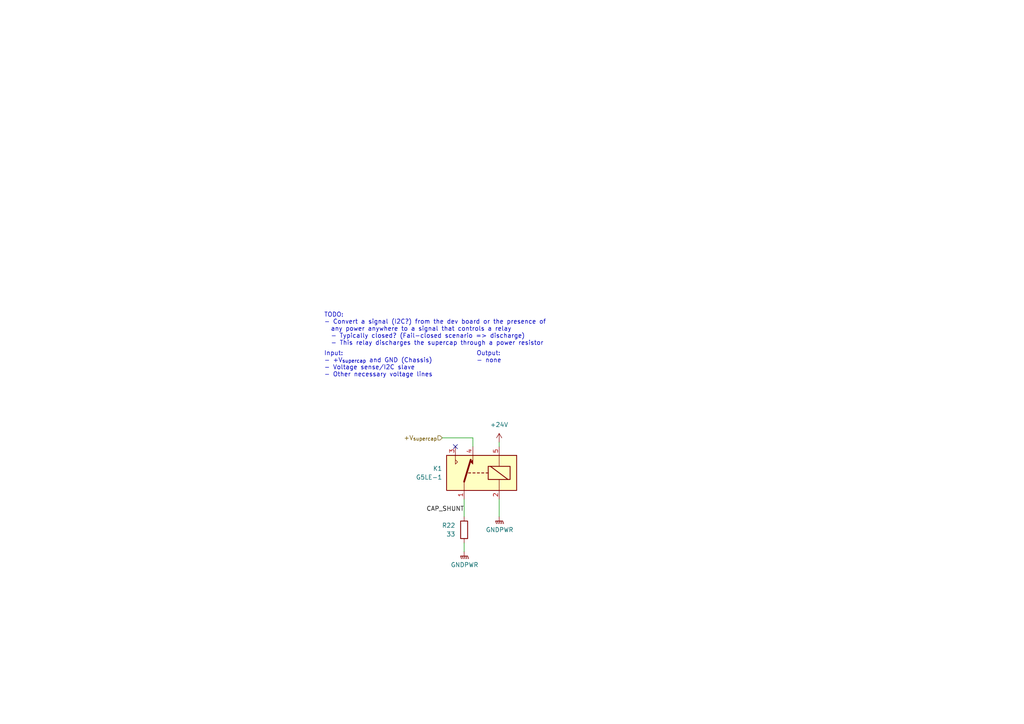
<source format=kicad_sch>
(kicad_sch (version 20250114) (generator "eeschema") (generator_version "9.0")
  (paper "A4")
  (title_block (title "Supercap Safety Discharge") (date "2025-02-12") (rev "1") (company "UT Robomaster") (comment 1 "Robomaster"))
  (lib_symbols
    (symbol "Device:R" (pin_numbers (hide yes)) (pin_names (offset 0))
      (property "Reference" "R" (at 2.032 0 90))
      (property "Value" "R" (at 0 0 90))
      (symbol "R_0_1"
        (rectangle (start -1.016 -2.54) (end 1.016 2.54) (stroke (width 0.254)))
      )
      (symbol "R_1_1"
        (pin passive line (at 0 3.81 270) (length 1.27) (name "~") (number "1"))
        (pin passive line (at 0 -3.81 90) (length 1.27) (name "~") (number "2"))
      )
    )
    (symbol "Relay:G5LE-1"
      (property "Reference" "K" (at 11.43 3.81 0))
      (property "Value" "G5LE-1" (at 11.43 1.27 0))
      (symbol "G5LE-1_0_0"
        (polyline (pts (xy 7.62 5.08) (xy 7.62 2.54) (xy 6.985 3.175) (xy 7.62 3.81)))
      )
      (symbol "G5LE-1_0_1"
        (rectangle (start -10.16 5.08) (end 10.16 -5.08) (stroke (width 0.254)) (fill (type background)))
        (rectangle (start -8.255 1.905) (end -1.905 -1.905) (stroke (width 0.254)))
        (polyline (pts (xy -7.62 -1.905) (xy -2.54 1.905)) (stroke (width 0.254)))
        (polyline (pts (xy -5.08 5.08) (xy -5.08 1.905)))
        (polyline (pts (xy -5.08 -5.08) (xy -5.08 -1.905)))
        (polyline (pts (xy -1.905 0) (xy -1.27 0)) (stroke (width 0.254)))
        (polyline (pts (xy -0.635 0) (xy 0 0)) (stroke (width 0.254)))
        (polyline (pts (xy 0.635 0) (xy 1.27 0)) (stroke (width 0.254)))
        (polyline (pts (xy 1.905 0) (xy 2.54 0)) (stroke (width 0.254)))
        (polyline (pts (xy 2.54 5.08) (xy 2.54 2.54) (xy 3.175 3.175) (xy 2.54 3.81)) (fill (type outline)))
        (polyline (pts (xy 3.175 0) (xy 3.81 0)) (stroke (width 0.254)))
        (polyline (pts (xy 5.08 -2.54) (xy 3.175 3.81)) (stroke (width 0.508)))
        (polyline (pts (xy 5.08 -2.54) (xy 5.08 -5.08)))
      )
      (symbol "G5LE-1_1_1"
        (pin passive line (at -5.08 7.62 270) (length 2.54) (name "~") (number "5"))
        (pin passive line (at -5.08 -7.62 90) (length 2.54) (name "~") (number "2"))
        (pin passive line (at 2.54 7.62 270) (length 2.54) (name "~") (number "4"))
        (pin passive line (at 5.08 -7.62 90) (length 2.54) (name "~") (number "1"))
        (pin passive line (at 7.62 7.62 270) (length 2.54) (name "~") (number "3"))
      )
    )
    (symbol "power:+24V" (power) (pin_numbers (hide yes)) (pin_names (offset 0) (hide yes))
      (property "Value" "+24V" (at 0 3.556 0))
      (symbol "+24V_0_1"
        (polyline (pts (xy -0.762 1.27) (xy 0 2.54)))
        (polyline (pts (xy 0 2.54) (xy 0.762 1.27)))
        (polyline (pts (xy 0 0) (xy 0 2.54)))
      )
      (symbol "+24V_1_1"
        (pin power_in line (at 0 0 90) (length 0) (name "~") (number "1"))
      )
    )
    (symbol "power:GNDPWR" (power) (pin_numbers (hide yes)) (pin_names (offset 0) (hide yes))
      (property "Value" "GNDPWR" (at 0 -3.302 0))
      (symbol "GNDPWR_0_1"
        (polyline (pts (xy -1.016 -1.27) (xy -1.27 -2.032) (xy -1.27 -2.032)) (stroke (width 0.2032)))
        (polyline (pts (xy -0.508 -1.27) (xy -0.762 -2.032) (xy -0.762 -2.032)) (stroke (width 0.2032)))
        (polyline (pts (xy 0 -1.27) (xy 0 0)))
        (polyline (pts (xy 0 -1.27) (xy -0.254 -2.032) (xy -0.254 -2.032)) (stroke (width 0.2032)))
        (polyline (pts (xy 0.508 -1.27) (xy 0.254 -2.032) (xy 0.254 -2.032)) (stroke (width 0.2032)))
        (polyline (pts (xy 1.016 -1.27) (xy -1.016 -1.27) (xy -1.016 -1.27)) (stroke (width 0.2032)))
        (polyline (pts (xy 1.016 -1.27) (xy 0.762 -2.032) (xy 0.762 -2.032) (xy 0.762 -2.032)) (stroke (width 0.2032)))
      )
      (symbol "GNDPWR_1_1"
        (pin power_in line (at 0 0 270) (length 0) (name "~") (number "1"))
      )
    )
  )
  (text "Output:\n- none" (at 138.176 101.854 0) (effects (font (size 1.27 1.27)) (justify left top)))
  (text "Input:\n- +V_{supercap} and GND (Chassis)\n- Voltage sense/I2C slave\n- Other necessary voltage lines" (at 93.98 101.854 0) (effects (font (size 1.27 1.27)) (justify left top)))
  (text "TODO:\n- Convert a signal (I2C?) from the dev board or the presence of\n  any power anywhere to a signal that controls a relay\n  - Typically closed? (Fail-closed scenario => discharge)\n  - This relay discharges the supercap through a power resistor" (at 93.98 90.678 0) (effects (font (size 1.27 1.27)) (justify left top)))
  (no_connect (at 132.08 129.54))
  (wire (pts (xy 134.62 157.48) (xy 134.62 160.02)))
  (wire (pts (xy 144.78 144.78) (xy 144.78 149.86)))
  (wire (pts (xy 128.27 127) (xy 137.16 127)))
  (wire (pts (xy 144.78 128.27) (xy 144.78 129.54)))
  (wire (pts (xy 137.16 127) (xy 137.16 129.54)))
  (wire (pts (xy 134.62 144.78) (xy 134.62 149.86)))
  (label "CAP_SHUNT" (at 134.62 148.59 180))
  (hierarchical_label "+V_{supercap}" (shape input) (at 128.27 127 180))
  (symbol (lib_id "power:GNDPWR") (at 134.62 160.02 0) (mirror y) (unit 1)
    (property "Reference" "#PWR042" (effects (hide yes)))
    (property "Value" "GNDPWR" (at 134.747 163.83 0))
    (property "Description" "Power symbol creates a global label with name \"GNDPWR\" , global ground" (effects (hide yes)))
  )
  (symbol (lib_id "power:+24V") (at 144.78 128.27 0) (mirror y) (unit 1)
    (property "Reference" "#PWR040" (effects (hide yes)))
    (property "Value" "+24V" (at 144.78 123.19 0))
    (property "Description" "Power symbol creates a global label with name \"+24V\"" (effects (hide yes)))
  )
  (symbol (lib_id "Relay:G5LE-1") (at 139.7 137.16 0) (mirror y) (unit 1)
    (property "Reference" "K1" (at 128.27 135.8899 0) (effects (justify left)))
    (property "Value" "G5LE-1" (at 128.27 138.4299 0) (effects (justify left)))
    (property "Footprint" "Relay_THT:Relay_SPDT_SANYOU_SRD_Series_Form_C" (effects (hide yes)))
    (property "Datasheet" "http://www.omron.com/ecb/products/pdf/en-g5le.pdf" (effects (hide yes)))
    (property "Description" "Omron G5LE relay, Miniature Single Pole, SPDT, 10A" (effects (hide yes)))
    (property "Mouser Part Number" "653-G5LE-14-36DC24" (effects (hide yes)))
  )
  (symbol (lib_id "Device:R") (at 134.62 153.67 0) (unit 1)
    (property "Reference" "R22" (at 132.08 152.3999 0) (effects (justify right)))
    (property "Value" "33" (at 132.08 154.9399 0) (effects (justify right)))
    (property "Footprint" "Resistor_SMD:R_1210_3225Metric_Pad1.30x2.65mm_HandSolder" (effects (hide yes)))
    (property "Datasheet" "https://www.mouser.com/datasheet/2/447/PYu_AC_51_RoHS_L_11-3418659.pdf" (effects (hide yes)))
    (property "Description" "Resistor" (effects (hide yes)))
    (property "Mouser Part Number" "603-AC1210JR-0733RL" (effects (hide yes)))
  )
  (symbol (lib_id "power:GNDPWR") (at 144.78 149.86 0) (mirror y) (unit 1)
    (property "Reference" "#PWR041" (effects (hide yes)))
    (property "Value" "GNDPWR" (at 144.907 153.67 0))
    (property "Description" "Power symbol creates a global label with name \"GNDPWR\" , global ground" (effects (hide yes)))
  )
)
</source>
